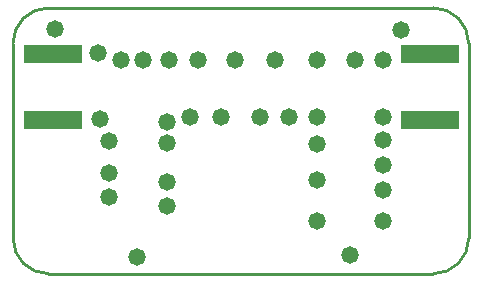
<source format=gbs>
G04*
G04 #@! TF.GenerationSoftware,Altium Limited,Altium Designer,20.0.10 (225)*
G04*
G04 Layer_Color=16711935*
%FSLAX25Y25*%
%MOIN*%
G70*
G01*
G75*
%ADD12C,0.01000*%
%ADD16R,0.19685X0.06299*%
%ADD19C,0.05800*%
D12*
X305118Y381890D02*
G03*
X316929Y393701I0J11811D01*
G01*
X165000D02*
G03*
X176811Y381890I11811J0D01*
G01*
X316929Y458689D02*
G03*
X305118Y470500I-11811J0D01*
G01*
X176811D02*
G03*
X165000Y458689I0J-11811D01*
G01*
X316929Y393701D02*
Y458689D01*
X176811Y381890D02*
X305118D01*
X165000Y393701D02*
Y458500D01*
X176811Y470500D02*
X305118D01*
D16*
X304095Y455042D02*
D03*
Y433231D02*
D03*
X178189D02*
D03*
Y455042D02*
D03*
D19*
X179000Y463500D02*
D03*
X288500Y434238D02*
D03*
X279167Y453000D02*
D03*
X288500D02*
D03*
X194000Y433500D02*
D03*
X294500Y463000D02*
D03*
X266500Y434000D02*
D03*
X216500Y412500D02*
D03*
Y404500D02*
D03*
X197000Y407500D02*
D03*
Y415500D02*
D03*
X288500Y418000D02*
D03*
Y409908D02*
D03*
X266500Y399433D02*
D03*
X288500D02*
D03*
X266500Y412989D02*
D03*
Y425000D02*
D03*
X239000Y453000D02*
D03*
X234500Y434000D02*
D03*
X247439D02*
D03*
X252500Y453000D02*
D03*
X197000Y426000D02*
D03*
X216500Y425500D02*
D03*
X266500Y453000D02*
D03*
X257000Y434000D02*
D03*
X288500Y426500D02*
D03*
X193500Y455500D02*
D03*
X216500Y432500D02*
D03*
X224000Y434000D02*
D03*
X226542Y453000D02*
D03*
X217155D02*
D03*
X208500D02*
D03*
X201000D02*
D03*
X277500Y388000D02*
D03*
X206500Y387500D02*
D03*
M02*

</source>
